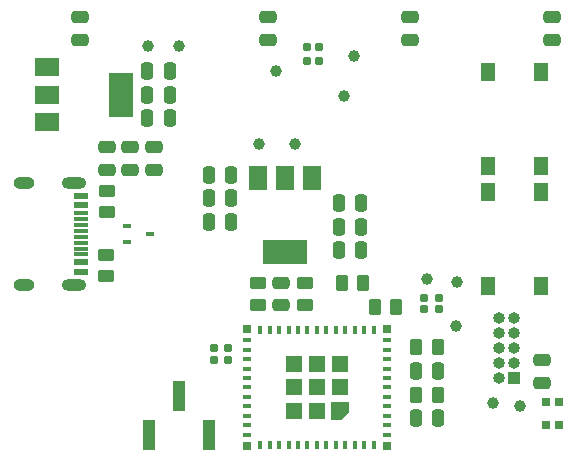
<source format=gts>
G04 #@! TF.GenerationSoftware,KiCad,Pcbnew,7.0.9*
G04 #@! TF.CreationDate,2023-12-09T12:26:50+01:00*
G04 #@! TF.ProjectId,AirMonitor,4169724d-6f6e-4697-946f-722e6b696361,1.0.0*
G04 #@! TF.SameCoordinates,Original*
G04 #@! TF.FileFunction,Soldermask,Top*
G04 #@! TF.FilePolarity,Negative*
%FSLAX46Y46*%
G04 Gerber Fmt 4.6, Leading zero omitted, Abs format (unit mm)*
G04 Created by KiCad (PCBNEW 7.0.9) date 2023-12-09 12:26:50*
%MOMM*%
%LPD*%
G01*
G04 APERTURE LIST*
G04 Aperture macros list*
%AMRoundRect*
0 Rectangle with rounded corners*
0 $1 Rounding radius*
0 $2 $3 $4 $5 $6 $7 $8 $9 X,Y pos of 4 corners*
0 Add a 4 corners polygon primitive as box body*
4,1,4,$2,$3,$4,$5,$6,$7,$8,$9,$2,$3,0*
0 Add four circle primitives for the rounded corners*
1,1,$1+$1,$2,$3*
1,1,$1+$1,$4,$5*
1,1,$1+$1,$6,$7*
1,1,$1+$1,$8,$9*
0 Add four rect primitives between the rounded corners*
20,1,$1+$1,$2,$3,$4,$5,0*
20,1,$1+$1,$4,$5,$6,$7,0*
20,1,$1+$1,$6,$7,$8,$9,0*
20,1,$1+$1,$8,$9,$2,$3,0*%
%AMFreePoly0*
4,1,6,0.725000,-0.725000,-0.725000,-0.725000,-0.725000,0.125000,-0.125000,0.725000,0.725000,0.725000,0.725000,-0.725000,0.725000,-0.725000,$1*%
G04 Aperture macros list end*
%ADD10RoundRect,0.250000X-0.475000X0.250000X-0.475000X-0.250000X0.475000X-0.250000X0.475000X0.250000X0*%
%ADD11C,1.000000*%
%ADD12R,1.150000X0.600000*%
%ADD13R,1.150000X0.300000*%
%ADD14O,2.100000X1.000000*%
%ADD15O,1.800000X1.000000*%
%ADD16RoundRect,0.250000X0.450000X-0.262500X0.450000X0.262500X-0.450000X0.262500X-0.450000X-0.262500X0*%
%ADD17RoundRect,0.250000X-0.262500X-0.450000X0.262500X-0.450000X0.262500X0.450000X-0.262500X0.450000X0*%
%ADD18R,1.000000X2.510000*%
%ADD19RoundRect,0.250000X-0.250000X-0.475000X0.250000X-0.475000X0.250000X0.475000X-0.250000X0.475000X0*%
%ADD20R,1.300000X1.550000*%
%ADD21RoundRect,0.160000X0.197500X0.160000X-0.197500X0.160000X-0.197500X-0.160000X0.197500X-0.160000X0*%
%ADD22R,0.800000X0.400000*%
%ADD23R,0.400000X0.800000*%
%ADD24FreePoly0,180.000000*%
%ADD25R,1.450000X1.450000*%
%ADD26R,0.700000X0.700000*%
%ADD27R,2.000000X1.500000*%
%ADD28R,2.000000X3.800000*%
%ADD29RoundRect,0.160000X0.160000X-0.197500X0.160000X0.197500X-0.160000X0.197500X-0.160000X-0.197500X0*%
%ADD30RoundRect,0.160000X-0.197500X-0.160000X0.197500X-0.160000X0.197500X0.160000X-0.197500X0.160000X0*%
%ADD31RoundRect,0.250000X-0.450000X0.262500X-0.450000X-0.262500X0.450000X-0.262500X0.450000X0.262500X0*%
%ADD32RoundRect,0.250000X0.475000X-0.250000X0.475000X0.250000X-0.475000X0.250000X-0.475000X-0.250000X0*%
%ADD33RoundRect,0.250000X0.262500X0.450000X-0.262500X0.450000X-0.262500X-0.450000X0.262500X-0.450000X0*%
%ADD34R,0.700000X0.450000*%
%ADD35R,1.500000X2.000000*%
%ADD36R,3.800000X2.000000*%
%ADD37RoundRect,0.250000X0.250000X0.475000X-0.250000X0.475000X-0.250000X-0.475000X0.250000X-0.475000X0*%
%ADD38RoundRect,0.160000X-0.160000X0.197500X-0.160000X-0.197500X0.160000X-0.197500X0.160000X0.197500X0*%
%ADD39R,1.000000X1.000000*%
%ADD40O,1.000000X1.000000*%
G04 APERTURE END LIST*
D10*
X121500000Y-122250000D03*
X121500000Y-124150000D03*
D11*
X137400000Y-148400000D03*
D12*
X105587500Y-137390000D03*
X105587500Y-138190000D03*
D13*
X105587500Y-139340000D03*
X105587500Y-140340000D03*
X105587500Y-140840000D03*
X105587500Y-141840000D03*
D12*
X105587500Y-142990000D03*
X105587500Y-143790000D03*
X105587500Y-143790000D03*
X105587500Y-142990000D03*
D13*
X105587500Y-142340000D03*
X105587500Y-141340000D03*
X105587500Y-139840000D03*
X105587500Y-138840000D03*
D12*
X105587500Y-138190000D03*
X105587500Y-137390000D03*
D14*
X105012500Y-136250000D03*
D15*
X100832500Y-136280000D03*
D14*
X105012500Y-144920000D03*
D15*
X100832500Y-144920000D03*
D10*
X111800000Y-133250000D03*
X111800000Y-135150000D03*
X145500000Y-122250000D03*
X145500000Y-124150000D03*
D16*
X107750000Y-144175000D03*
X107750000Y-142350000D03*
D17*
X133987500Y-150200000D03*
X135812500Y-150200000D03*
D18*
X111400000Y-157600000D03*
X113940000Y-154290000D03*
X116480000Y-157600000D03*
D11*
X120700000Y-133000000D03*
D19*
X111250000Y-130800000D03*
X113150000Y-130800000D03*
D20*
X144600000Y-126900000D03*
X144600000Y-134850000D03*
X140100000Y-126900000D03*
X140100000Y-134850000D03*
D19*
X127450000Y-140000000D03*
X129350000Y-140000000D03*
D16*
X124600000Y-146612500D03*
X124600000Y-144787500D03*
D11*
X142800000Y-155200000D03*
D19*
X133950000Y-152200000D03*
X135850000Y-152200000D03*
D21*
X118097500Y-151250000D03*
X116902500Y-151250000D03*
D11*
X122100000Y-126800000D03*
D19*
X133950000Y-156200000D03*
X135850000Y-156200000D03*
D22*
X131500000Y-157600000D03*
X131500000Y-156800000D03*
X131500000Y-156000000D03*
X131500000Y-155200000D03*
X131500000Y-154400000D03*
X131500000Y-153600000D03*
X131500000Y-152800000D03*
X131500000Y-152000000D03*
X131500000Y-151200000D03*
X131500000Y-150400000D03*
X131500000Y-149600000D03*
D23*
X130400000Y-148700000D03*
X129600000Y-148700000D03*
X128800000Y-148700000D03*
X128000000Y-148700000D03*
X127200000Y-148700000D03*
X126400000Y-148700000D03*
X125600000Y-148700000D03*
X124800000Y-148700000D03*
X124000000Y-148700000D03*
X123200000Y-148700000D03*
X122400000Y-148700000D03*
X121600000Y-148700000D03*
X120800000Y-148700000D03*
D22*
X119700000Y-149600000D03*
X119700000Y-150400000D03*
X119700000Y-151200000D03*
X119700000Y-152000000D03*
X119700000Y-152800000D03*
X119700000Y-153600000D03*
X119700000Y-154400000D03*
X119700000Y-155200000D03*
X119700000Y-156000000D03*
X119700000Y-156800000D03*
X119700000Y-157600000D03*
D23*
X120800000Y-158500000D03*
X121600000Y-158500000D03*
X122400000Y-158500000D03*
X123200000Y-158500000D03*
X124000000Y-158500000D03*
X124800000Y-158500000D03*
X125600000Y-158500000D03*
X126400000Y-158500000D03*
X127200000Y-158500000D03*
X128000000Y-158500000D03*
X128800000Y-158500000D03*
X129600000Y-158500000D03*
X130400000Y-158500000D03*
D24*
X127575000Y-155575000D03*
D25*
X127575000Y-153600000D03*
X127575000Y-151625000D03*
X125600000Y-155575000D03*
X125600000Y-153600000D03*
X125600000Y-151625000D03*
X123625000Y-155575000D03*
X123625000Y-153600000D03*
X123625000Y-151625000D03*
D26*
X119650000Y-158550000D03*
X119650000Y-148650000D03*
X131550000Y-148650000D03*
X131550000Y-158550000D03*
D21*
X135897500Y-146000000D03*
X134702500Y-146000000D03*
D27*
X102750000Y-126500000D03*
X102750000Y-128800000D03*
D28*
X109050000Y-128800000D03*
D27*
X102750000Y-131100000D03*
D19*
X127450000Y-138000000D03*
X129350000Y-138000000D03*
D10*
X109800000Y-133250000D03*
X109800000Y-135150000D03*
D11*
X137500000Y-144700000D03*
X140500000Y-154900000D03*
X127900000Y-128900000D03*
D29*
X124800000Y-125997500D03*
X124800000Y-124802500D03*
D30*
X134702500Y-147000000D03*
X135897500Y-147000000D03*
D16*
X120600000Y-146612500D03*
X120600000Y-144787500D03*
D31*
X107800000Y-136937500D03*
X107800000Y-138762500D03*
D19*
X127450000Y-142000000D03*
X129350000Y-142000000D03*
D32*
X144700000Y-153200000D03*
X144700000Y-151300000D03*
D33*
X129512500Y-144800000D03*
X127687500Y-144800000D03*
D10*
X105500000Y-122250000D03*
X105500000Y-124150000D03*
D34*
X109500000Y-139950000D03*
X109500000Y-141250000D03*
X111500000Y-140600000D03*
D20*
X144600000Y-137050000D03*
X144600000Y-145000000D03*
X140100000Y-137050000D03*
X140100000Y-145000000D03*
D17*
X130487500Y-146800000D03*
X132312500Y-146800000D03*
X133987500Y-154200000D03*
X135812500Y-154200000D03*
D35*
X125200000Y-135850000D03*
X122900000Y-135850000D03*
D36*
X122900000Y-142150000D03*
D35*
X120600000Y-135850000D03*
D11*
X123750000Y-133000000D03*
D10*
X133500000Y-122250000D03*
X133500000Y-124150000D03*
X107800000Y-133250000D03*
X107800000Y-135150000D03*
D11*
X128700000Y-125500000D03*
X111300000Y-124700000D03*
D30*
X116902500Y-150250000D03*
X118097500Y-150250000D03*
D37*
X118350000Y-139600000D03*
X116450000Y-139600000D03*
D19*
X111250000Y-128800000D03*
X113150000Y-128800000D03*
D32*
X122600000Y-146650000D03*
X122600000Y-144750000D03*
D26*
X146100000Y-154800000D03*
X145000000Y-154800000D03*
X145000000Y-156800000D03*
X146100000Y-156800000D03*
D11*
X113900000Y-124700000D03*
D38*
X125800000Y-124802500D03*
X125800000Y-125997500D03*
D19*
X111250000Y-126800000D03*
X113150000Y-126800000D03*
D37*
X118350000Y-137600000D03*
X116450000Y-137600000D03*
D11*
X134900000Y-144400000D03*
D37*
X118350000Y-135600000D03*
X116450000Y-135600000D03*
D39*
X142270000Y-152830000D03*
D40*
X141000000Y-152830000D03*
X142270000Y-151560000D03*
X141000000Y-151560000D03*
X142270000Y-150290000D03*
X141000000Y-150290000D03*
X142270000Y-149020000D03*
X141000000Y-149020000D03*
X142270000Y-147750000D03*
X141000000Y-147750000D03*
M02*

</source>
